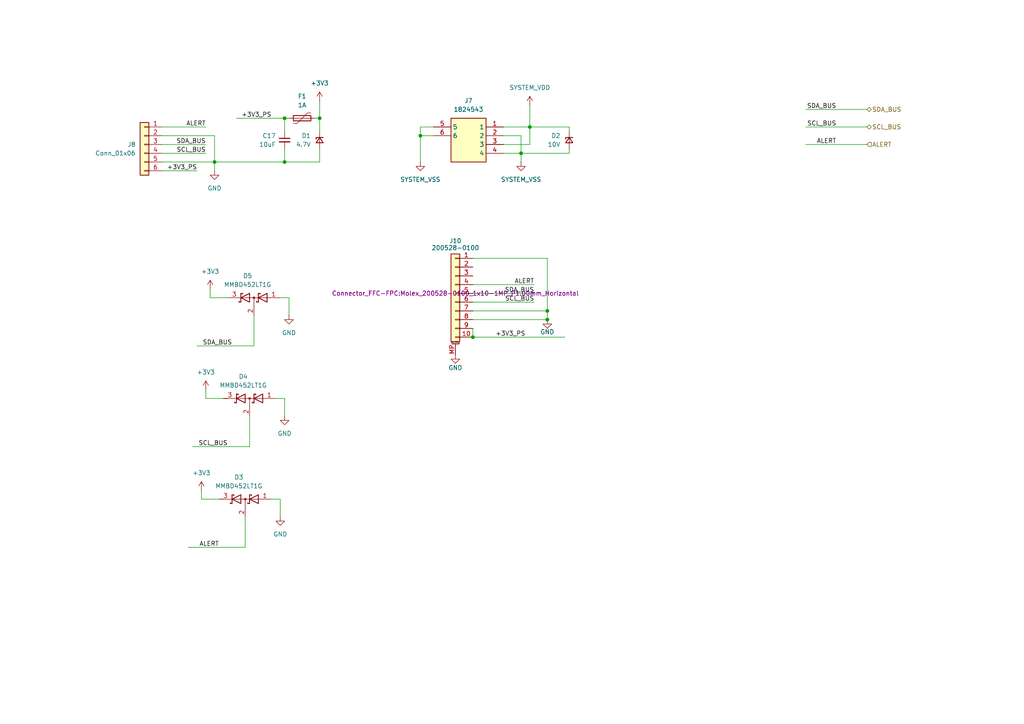
<source format=kicad_sch>
(kicad_sch (version 20231120) (generator "eeschema") (generator_version "8.0")
  (paper "A4")
  (lib_symbols
    (symbol "Battery-Board:1824543"
      (property "Reference" "J" (at 16.51 7.62 0))
      (property "Value" "1824543" (at 16.51 5.08 0))
      (symbol "1824543_1_1"
        (rectangle (start 5.08 2.54) (end 15.24 -10.16) (stroke (width 0.254)) (fill (type background)))
        (pin passive line (at 20.32 0 180) (length 5.08) (name "1") (number "1"))
        (pin passive line (at 20.32 -2.54 180) (length 5.08) (name "2") (number "2"))
        (pin passive line (at 20.32 -5.08 180) (length 5.08) (name "3") (number "3"))
        (pin passive line (at 20.32 -7.62 180) (length 5.08) (name "4") (number "4"))
        (pin passive line (at 0 0 0) (length 5.08) (name "5") (number "5"))
        (pin passive line (at 0 -2.54 0) (length 5.08) (name "6") (number "6"))
      )
    )
    (symbol "Connector_Generic:Conn_01x06" (pin_names (offset 1.016) hide)
      (property "Reference" "J" (at 0 7.62 0))
      (property "Value" "Conn_01x06" (at 0 -10.16 0))
      (symbol "Conn_01x06_1_1"
        (rectangle (start -1.27 -7.493) (end 0 -7.747) (stroke (width 0.1524)))
        (rectangle (start -1.27 -4.953) (end 0 -5.207) (stroke (width 0.1524)))
        (rectangle (start -1.27 -2.413) (end 0 -2.667) (stroke (width 0.1524)))
        (rectangle (start -1.27 0.127) (end 0 -0.127) (stroke (width 0.1524)))
        (rectangle (start -1.27 2.667) (end 0 2.413) (stroke (width 0.1524)))
        (rectangle (start -1.27 5.207) (end 0 4.953) (stroke (width 0.1524)))
        (rectangle (start -1.27 6.35) (end 1.27 -8.89) (stroke (width 0.254)) (fill (type background)))
        (pin passive line (at -5.08 5.08 0) (length 3.81) (name "Pin_1") (number "1"))
        (pin passive line (at -5.08 2.54 0) (length 3.81) (name "Pin_2") (number "2"))
        (pin passive line (at -5.08 0 0) (length 3.81) (name "Pin_3") (number "3"))
        (pin passive line (at -5.08 -2.54 0) (length 3.81) (name "Pin_4") (number "4"))
        (pin passive line (at -5.08 -5.08 0) (length 3.81) (name "Pin_5") (number "5"))
        (pin passive line (at -5.08 -7.62 0) (length 3.81) (name "Pin_6") (number "6"))
      )
    )
    (symbol "Connector_Generic_MountingPin:Conn_01x10_MountingPin" (pin_names (offset 1.016) hide)
      (property "Reference" "J" (at 0 12.7 0))
      (property "Value" "Conn_01x10_MountingPin" (at 1.27 -15.24 0))
      (symbol "Conn_01x10_MountingPin_1_1"
        (rectangle (start -1.27 -12.573) (end 0 -12.827) (stroke (width 0.1524)))
        (rectangle (start -1.27 -10.033) (end 0 -10.287) (stroke (width 0.1524)))
        (rectangle (start -1.27 -7.493) (end 0 -7.747) (stroke (width 0.1524)))
        (rectangle (start -1.27 -4.953) (end 0 -5.207) (stroke (width 0.1524)))
        (rectangle (start -1.27 -2.413) (end 0 -2.667) (stroke (width 0.1524)))
        (rectangle (start -1.27 0.127) (end 0 -0.127) (stroke (width 0.1524)))
        (rectangle (start -1.27 2.667) (end 0 2.413) (stroke (width 0.1524)))
        (rectangle (start -1.27 5.207) (end 0 4.953) (stroke (width 0.1524)))
        (rectangle (start -1.27 7.747) (end 0 7.493) (stroke (width 0.1524)))
        (rectangle (start -1.27 10.287) (end 0 10.033) (stroke (width 0.1524)))
        (rectangle (start -1.27 11.43) (end 1.27 -13.97) (stroke (width 0.254)) (fill (type background)))
        (polyline (pts (xy -1.016 -14.732) (xy 1.016 -14.732)) (stroke (width 0.1524)))
        (text "Mounting" (at 0 -14.351 0) (effects (font (size 0.381 0.381))))
        (pin passive line (at -5.08 10.16 0) (length 3.81) (name "Pin_1") (number "1"))
        (pin passive line (at -5.08 -12.7 0) (length 3.81) (name "Pin_10") (number "10"))
        (pin passive line (at -5.08 7.62 0) (length 3.81) (name "Pin_2") (number "2"))
        (pin passive line (at -5.08 5.08 0) (length 3.81) (name "Pin_3") (number "3"))
        (pin passive line (at -5.08 2.54 0) (length 3.81) (name "Pin_4") (number "4"))
        (pin passive line (at -5.08 0 0) (length 3.81) (name "Pin_5") (number "5"))
        (pin passive line (at -5.08 -2.54 0) (length 3.81) (name "Pin_6") (number "6"))
        (pin passive line (at -5.08 -5.08 0) (length 3.81) (name "Pin_7") (number "7"))
        (pin passive line (at -5.08 -7.62 0) (length 3.81) (name "Pin_8") (number "8"))
        (pin passive line (at -5.08 -10.16 0) (length 3.81) (name "Pin_9") (number "9"))
        (pin passive line (at 0 -17.78 90) (length 3.048) (name "MountPin") (number "MP"))
      )
    )
    (symbol "Device:C_Small" (pin_numbers hide) (pin_names (offset 0.254) hide)
      (property "Reference" "C" (at 0.254 1.778 0))
      (property "Value" "C_Small" (at 0.254 -2.032 0))
      (symbol "C_Small_0_1"
        (polyline (pts (xy -1.524 -0.508) (xy 1.524 -0.508)) (stroke (width 0.3302)))
        (polyline (pts (xy -1.524 0.508) (xy 1.524 0.508)) (stroke (width 0.3048)))
      )
      (symbol "C_Small_1_1"
        (pin passive line (at 0 2.54 270) (length 2.032) (name "~") (number "1"))
        (pin passive line (at 0 -2.54 90) (length 2.032) (name "~") (number "2"))
      )
    )
    (symbol "Device:D_Schottky_Dual_Series_ACK" (pin_names (offset 0.762) hide)
      (property "Reference" "D" (at 1.27 -2.54 0))
      (property "Value" "D_Schottky_Dual_Series_ACK" (at 0 2.54 0))
      (symbol "D_Schottky_Dual_Series_ACK_0_1"
        (polyline (pts (xy 0 0) (xy 0 -2.54)))
        (polyline (pts (xy 3.81 0) (xy -3.81 0)))
        (polyline (pts (xy 6.35 0) (xy 7.62 0)))
        (polyline (pts (xy -1.27 -1.27) (xy -1.27 1.27) (xy -1.27 1.27)) (stroke (width 0.254)))
        (polyline (pts (xy 3.81 1.27) (xy 3.81 -1.27) (xy 3.81 -1.27)) (stroke (width 0.254)))
        (polyline (pts (xy -1.27 -1.27) (xy -0.762 -1.27) (xy -0.762 -1.016) (xy -0.762 -1.016)) (stroke (width 0.254)))
        (polyline (pts (xy 3.81 -1.27) (xy 4.318 -1.27) (xy 4.318 -1.016) (xy 4.318 -1.016)) (stroke (width 0.254)))
        (polyline (pts (xy 3.81 1.27) (xy 3.302 1.27) (xy 3.302 1.016) (xy 3.302 1.016)) (stroke (width 0.254)))
        (polyline (pts (xy -1.778 1.016) (xy -1.778 1.27) (xy -1.27 1.27) (xy -1.27 1.27) (xy -1.27 1.27)) (stroke (width 0.254)))
        (polyline (pts (xy -3.81 1.27) (xy -1.27 0) (xy -3.81 -1.27) (xy -3.81 1.27) (xy -3.81 1.27) (xy -3.81 1.27)) (stroke (width 0.254)))
        (polyline (pts (xy 1.27 1.27) (xy 3.81 0) (xy 1.27 -1.27) (xy 1.27 1.27) (xy 1.27 1.27) (xy 1.27 1.27)) (stroke (width 0.254)))
        (circle (center 0 0) (radius 0.254) (fill (type outline)))
        (pin passive line (at -7.62 0 0) (length 3.81) (name "A") (number "1"))
        (pin passive line (at 0 -5.08 90) (length 2.54) (name "common") (number "2"))
        (pin passive line (at 7.62 0 180) (length 3.81) (name "K") (number "3"))
      )
    )
    (symbol "Device:D_Zener_Small" (pin_numbers hide) (pin_names (offset 0.254) hide)
      (property "Reference" "D" (at 0 2.286 0))
      (property "Value" "D_Zener_Small" (at 0 -2.286 0))
      (symbol "D_Zener_Small_0_1"
        (polyline (pts (xy 0.762 0) (xy -0.762 0)))
        (polyline (pts (xy -0.254 1.016) (xy -0.762 1.016) (xy -0.762 -1.016)) (stroke (width 0.254)))
        (polyline (pts (xy 0.762 1.016) (xy -0.762 0) (xy 0.762 -1.016) (xy 0.762 1.016)) (stroke (width 0.254)))
      )
      (symbol "D_Zener_Small_1_1"
        (pin passive line (at -2.54 0 0) (length 1.778) (name "K") (number "1"))
        (pin passive line (at 2.54 0 180) (length 1.778) (name "A") (number "2"))
      )
    )
    (symbol "Device:Polyfuse" (pin_numbers hide) (pin_names (offset 0))
      (property "Reference" "F" (at -2.54 0 90))
      (property "Value" "Polyfuse" (at 2.54 0 90))
      (symbol "Polyfuse_0_1"
        (rectangle (start -0.762 2.54) (end 0.762 -2.54) (stroke (width 0.254)))
        (polyline (pts (xy 0 2.54) (xy 0 -2.54)))
        (polyline (pts (xy -1.524 2.54) (xy -1.524 1.524) (xy 1.524 -1.524) (xy 1.524 -2.54)))
      )
      (symbol "Polyfuse_1_1"
        (pin passive line (at 0 3.81 270) (length 1.27) (name "~") (number "1"))
        (pin passive line (at 0 -3.81 90) (length 1.27) (name "~") (number "2"))
      )
    )
    (symbol "power:+3V3" (power) (pin_numbers hide) (pin_names (offset 0) hide)
      (property "Value" "+3V3" (at 0 3.556 0))
      (symbol "+3V3_0_1"
        (polyline (pts (xy -0.762 1.27) (xy 0 2.54)))
        (polyline (pts (xy 0 0) (xy 0 2.54)))
        (polyline (pts (xy 0 2.54) (xy 0.762 1.27)))
      )
      (symbol "+3V3_1_1"
        (pin power_in line (at 0 0 90) (length 0) (name "~") (number "1"))
      )
    )
    (symbol "power:GND" (power) (pin_numbers hide) (pin_names (offset 0) hide)
      (property "Value" "GND" (at 0 -3.81 0))
      (symbol "GND_0_1"
        (polyline (pts (xy 0 0) (xy 0 -1.27) (xy 1.27 -1.27) (xy 0 -2.54) (xy -1.27 -1.27) (xy 0 -1.27)))
      )
      (symbol "GND_1_1"
        (pin power_in line (at 0 0 270) (length 0) (name "~") (number "1"))
      )
    )
  )
  (junction (at 82.55 46.99))
  (junction (at 158.75 92.71))
  (junction (at 158.75 90.17))
  (junction (at 62.23 46.99))
  (junction (at 92.71 34.29))
  (junction (at 82.55 34.29))
  (junction (at 137.16 97.79))
  (junction (at 153.67 36.83))
  (junction (at 151.13 44.45))
  (junction (at 121.92 39.37))
  (wire (pts (xy 125.73 39.37) (xy 121.92 39.37)))
  (wire (pts (xy 146.05 39.37) (xy 151.13 39.37)))
  (wire (pts (xy 59.69 36.83) (xy 46.99 36.83)))
  (wire (pts (xy 233.68 41.91) (xy 251.46 41.91)))
  (wire (pts (xy 137.16 85.09) (xy 154.94 85.09)))
  (wire (pts (xy 165.1 44.45) (xy 165.1 43.18)))
  (wire (pts (xy 46.99 39.37) (xy 62.23 39.37)))
  (wire (pts (xy 46.99 49.53) (xy 57.15 49.53)))
  (wire (pts (xy 146.05 36.83) (xy 153.67 36.83)))
  (wire (pts (xy 68.58 34.29) (xy 82.55 34.29)))
  (wire (pts (xy 46.99 46.99) (xy 62.23 46.99)))
  (wire (pts (xy 137.16 97.79) (xy 163.83 97.79)))
  (wire (pts (xy 83.82 86.36) (xy 81.28 86.36)))
  (wire (pts (xy 151.13 44.45) (xy 151.13 46.99)))
  (wire (pts (xy 137.16 87.63) (xy 154.94 87.63)))
  (wire (pts (xy 58.42 144.78) (xy 63.5 144.78)))
  (wire (pts (xy 62.23 39.37) (xy 62.23 46.99)))
  (wire (pts (xy 72.39 120.65) (xy 72.39 129.54)))
  (wire (pts (xy 137.16 95.25) (xy 137.16 97.79)))
  (wire (pts (xy 125.73 36.83) (xy 121.92 36.83)))
  (wire (pts (xy 81.28 149.86) (xy 81.28 144.78)))
  (wire (pts (xy 153.67 30.48) (xy 153.67 36.83)))
  (wire (pts (xy 60.96 86.36) (xy 66.04 86.36)))
  (wire (pts (xy 165.1 36.83) (xy 165.1 38.1)))
  (wire (pts (xy 59.69 113.03) (xy 59.69 115.57)))
  (wire (pts (xy 146.05 41.91) (xy 153.67 41.91)))
  (wire (pts (xy 137.16 92.71) (xy 158.75 92.71)))
  (wire (pts (xy 82.55 46.99) (xy 92.71 46.99)))
  (wire (pts (xy 92.71 34.29) (xy 92.71 38.1)))
  (wire (pts (xy 81.28 144.78) (xy 78.74 144.78)))
  (wire (pts (xy 233.68 36.83) (xy 251.46 36.83)))
  (wire (pts (xy 153.67 36.83) (xy 165.1 36.83)))
  (wire (pts (xy 137.16 74.93) (xy 158.75 74.93)))
  (wire (pts (xy 82.55 46.99) (xy 82.55 43.18)))
  (wire (pts (xy 82.55 34.29) (xy 82.55 38.1)))
  (wire (pts (xy 46.99 41.91) (xy 59.69 41.91)))
  (wire (pts (xy 59.69 115.57) (xy 64.77 115.57)))
  (wire (pts (xy 57.15 100.33) (xy 73.66 100.33)))
  (wire (pts (xy 60.96 83.82) (xy 60.96 86.36)))
  (wire (pts (xy 58.42 142.24) (xy 58.42 144.78)))
  (wire (pts (xy 82.55 120.65) (xy 82.55 115.57)))
  (wire (pts (xy 54.61 158.75) (xy 71.12 158.75)))
  (wire (pts (xy 151.13 39.37) (xy 151.13 44.45)))
  (wire (pts (xy 92.71 29.21) (xy 92.71 34.29)))
  (wire (pts (xy 46.99 44.45) (xy 59.69 44.45)))
  (wire (pts (xy 73.66 91.44) (xy 73.66 100.33)))
  (wire (pts (xy 55.88 129.54) (xy 72.39 129.54)))
  (wire (pts (xy 151.13 44.45) (xy 165.1 44.45)))
  (wire (pts (xy 62.23 46.99) (xy 82.55 46.99)))
  (wire (pts (xy 158.75 92.71) (xy 158.75 90.17)))
  (wire (pts (xy 62.23 46.99) (xy 62.23 49.53)))
  (wire (pts (xy 146.05 44.45) (xy 151.13 44.45)))
  (wire (pts (xy 82.55 115.57) (xy 80.01 115.57)))
  (wire (pts (xy 71.12 149.86) (xy 71.12 158.75)))
  (wire (pts (xy 158.75 74.93) (xy 158.75 90.17)))
  (wire (pts (xy 137.16 90.17) (xy 158.75 90.17)))
  (wire (pts (xy 121.92 36.83) (xy 121.92 39.37)))
  (wire (pts (xy 92.71 46.99) (xy 92.71 43.18)))
  (wire (pts (xy 154.94 82.55) (xy 137.16 82.55)))
  (wire (pts (xy 153.67 36.83) (xy 153.67 41.91)))
  (wire (pts (xy 83.82 91.44) (xy 83.82 86.36)))
  (wire (pts (xy 233.68 31.75) (xy 251.46 31.75)))
  (wire (pts (xy 82.55 34.29) (xy 83.82 34.29)))
  (wire (pts (xy 91.44 34.29) (xy 92.71 34.29)))
  (wire (pts (xy 121.92 39.37) (xy 121.92 46.99)))
  (label "+3V3_PS" (at 78.74 34.29 180))
  (label "ALERT" (at 63.5 158.75 180))
  (label "SDA_BUS" (at 154.94 85.09 180))
  (label "SDA_BUS" (at 67.31 100.33 180))
  (label "SCL_BUS" (at 242.57 36.83 180))
  (label "ALERT" (at 154.94 82.55 180))
  (label "SCL_BUS" (at 66.04 129.54 180))
  (label "SDA_BUS" (at 242.57 31.75 180))
  (label "+3V3_PS" (at 152.4 97.79 180))
  (label "SDA_BUS" (at 59.69 41.91 180))
  (label "ALERT" (at 59.69 36.83 180))
  (label "SCL_BUS" (at 59.69 44.45 180))
  (label "SCL_BUS" (at 154.94 87.63 180))
  (label "+3V3_PS" (at 57.15 49.53 180))
  (label "ALERT" (at 242.57 41.91 180))
  (hierarchical_label "SDA_BUS" (shape bidirectional) (at 251.46 31.75 0))
  (hierarchical_label "SCL_BUS" (shape bidirectional) (at 251.46 36.83 0))
  (hierarchical_label "ALERT" (shape input) (at 251.46 41.91 0))
  (symbol (lib_id "power:GND") (at 81.28 149.86 0) (mirror y) (unit 1)
    (property "Reference" "#PWR036" (effects (hide yes)))
    (property "Value" "GND" (at 81.28 154.94 0))
    (property "Description" "Power symbol creates a global label with name \"GND\" , ground" (effects (hide yes)))
  )
  (symbol (lib_id "Device:D_Schottky_Dual_Series_ACK") (at 72.39 115.57 0) (mirror y) (unit 1)
    (property "Reference" "D4" (at 70.5485 109.22 0))
    (property "Value" "MMBD452LT1G" (at 70.5485 111.76 0))
    (property "Footprint" "Package_TO_SOT_SMD:SOT-23-3" (effects (hide yes)))
    (property "Description" "Dual Schottky diode, anode/center/cathode" (effects (hide yes)))
  )
  (symbol (lib_id "power:+3V3") (at 59.69 113.03 0) (mirror y) (unit 1)
    (property "Reference" "#PWR034" (effects (hide yes)))
    (property "Value" "+3V3" (at 59.69 107.95 0))
    (property "Description" "Power symbol creates a global label with name \"+3V3\"" (effects (hide yes)))
  )
  (symbol (lib_id "Device:Polyfuse") (at 87.63 34.29 90) (unit 1)
    (property "Reference" "F1" (at 87.63 27.94 90))
    (property "Value" "1A" (at 87.63 30.48 90))
    (property "Footprint" "Fuse:Fuse_0805_2012Metric" (effects (hide yes)))
    (property "Description" "Resettable fuse, polymeric positive temperature coefficient" (effects (hide yes)))
  )
  (symbol (lib_id "power:GND") (at 151.13 46.99 0) (unit 1)
    (property "Reference" "#PWR029" (effects (hide yes)))
    (property "Value" "SYSTEM_VSS" (at 151.13 52.07 0))
    (property "Description" "Power symbol creates a global label with name \"GND\" , ground" (effects (hide yes)))
  )
  (symbol (lib_id "power:GND") (at 132.08 102.87 0) (unit 1)
    (property "Reference" "#PWR048" (effects (hide yes)))
    (property "Value" "GND" (at 132.08 106.68 0))
    (property "Description" "Power symbol creates a global label with name \"GND\" , ground" (effects (hide yes)))
  )
  (symbol (lib_id "Device:D_Zener_Small") (at 165.1 40.64 90) (mirror x) (unit 1)
    (property "Reference" "D2" (at 162.56 39.3699 90) (effects (justify left)))
    (property "Value" "10V" (at 162.56 41.9099 90) (effects (justify left)))
    (property "Footprint" "Diode_SMD:D_SMA" (effects (hide yes)))
    (property "Description" "Zener diode, small symbol" (effects (hide yes)))
  )
  (symbol (lib_id "power:+3V3") (at 60.96 83.82 0) (mirror y) (unit 1)
    (property "Reference" "#PWR035" (effects (hide yes)))
    (property "Value" "+3V3" (at 60.96 78.74 0))
    (property "Description" "Power symbol creates a global label with name \"+3V3\"" (effects (hide yes)))
  )
  (symbol (lib_id "power:GND") (at 62.23 49.53 0) (mirror y) (unit 1)
    (property "Reference" "#PWR031" (effects (hide yes)))
    (property "Value" "GND" (at 62.23 54.61 0))
    (property "Description" "Power symbol creates a global label with name \"GND\" , ground" (effects (hide yes)))
  )
  (symbol (lib_id "power:+3V3") (at 92.71 29.21 0) (mirror y) (unit 1)
    (property "Reference" "#PWR032" (effects (hide yes)))
    (property "Value" "+3V3" (at 92.71 24.13 0))
    (property "Description" "Power symbol creates a global label with name \"+3V3\"" (effects (hide yes)))
  )
  (symbol (lib_id "Connector_Generic_MountingPin:Conn_01x10_MountingPin") (at 132.08 85.09 0) (mirror y) (unit 1)
    (property "Reference" "J10" (at 132.08 69.85 0))
    (property "Value" "200528-0100" (at 132.08 71.882 0))
    (property "Footprint" "Connector_FFC-FPC:Molex_200528-0100_1x10-1MP_P1.00mm_Horizontal" (at 132.08 85.09 0))
    (property "Description" "Generic connectable mounting pin connector, single row, 01x10, script generated (kicad-library-utils/schlib/autogen/connector/)" (effects (hide yes)))
  )
  (symbol (lib_id "Connector_Generic:Conn_01x06") (at 41.91 41.91 0) (mirror y) (unit 1)
    (property "Reference" "J8" (at 39.37 41.9099 0) (effects (justify left)))
    (property "Value" "Conn_01x06" (at 39.37 44.4499 0) (effects (justify left)))
    (property "Footprint" "Connector_PinHeader_2.54mm:PinHeader_1x06_P2.54mm_Vertical" (effects (hide yes)))
    (property "Description" "Generic connector, single row, 01x06, script generated (kicad-library-utils/schlib/autogen/connector/)" (effects (hide yes)))
  )
  (symbol (lib_id "Device:D_Zener_Small") (at 92.71 40.64 90) (mirror x) (unit 1)
    (property "Reference" "D1" (at 90.17 39.3699 90) (effects (justify left)))
    (property "Value" "4.7V" (at 90.17 41.9099 90) (effects (justify left)))
    (property "Footprint" "Diode_SMD:D_SMA" (effects (hide yes)))
    (property "Description" "Zener diode, small symbol" (effects (hide yes)))
  )
  (symbol (lib_id "Device:C_Small") (at 82.55 40.64 0) (mirror y) (unit 1)
    (property "Reference" "C17" (at 80.01 39.3762 0) (effects (justify left)))
    (property "Value" "10uF" (at 80.01 41.9162 0) (effects (justify left)))
    (property "Footprint" "Capacitor_SMD:C_0805_2012Metric" (effects (hide yes)))
    (property "Description" "Unpolarized capacitor, small symbol" (effects (hide yes)))
  )
  (symbol (lib_id "power:+3V3") (at 58.42 142.24 0) (mirror y) (unit 1)
    (property "Reference" "#PWR033" (effects (hide yes)))
    (property "Value" "+3V3" (at 58.42 137.16 0))
    (property "Description" "Power symbol creates a global label with name \"+3V3\"" (effects (hide yes)))
  )
  (symbol (lib_id "power:GND") (at 82.55 120.65 0) (mirror y) (unit 1)
    (property "Reference" "#PWR037" (effects (hide yes)))
    (property "Value" "GND" (at 82.55 125.73 0))
    (property "Description" "Power symbol creates a global label with name \"GND\" , ground" (effects (hide yes)))
  )
  (symbol (lib_id "Battery-Board:1824543") (at 125.73 36.83 0) (unit 1)
    (property "Reference" "J7" (at 135.89 29.21 0))
    (property "Value" "1824543" (at 135.89 31.75 0))
    (property "Footprint" "Battery-Board:1824543" (effects (hide yes)))
    (property "Datasheet" "http://www.phoenixcontact.com/de/produkte/1824543/pdf" (effects (hide yes)))
    (property "Description" "PCB terminal block, nominal current: 13.5 A, rated voltage (III/2): 160 V, nominal cross section: 1.5 mm?, Number of potentials: 4, Number of rows: 1, Number of positions per row: 4, product range: SPT 1,5/..-H-SMD, pitch: 3.5 mm, connection method: Push-in spring connection, mounting: SMD soldering, conductor/PCB connection direction: 0 ?, color: black, Pin layout: Linear pad geometry, Solder pin [P]: 2 mm, type of packaging: 44 mm wide tape. Sample values available under SAMPLE SPT..." (effects (hide yes)))
    (property "Height" "7.85" (effects (hide yes)))
    (property "Manufacturer_Name" "Phoenix Contact" (effects (hide yes)))
    (property "Manufacturer_Part_Number" "1824543" (effects (hide yes)))
    (property "Mouser Part Number" "651-1824543" (effects (hide yes)))
    (property "Mouser Price/Stock" "https://www.mouser.co.uk/ProductDetail/Phoenix-Contact/1824543?qs=GaJ26EWJkZQ%252BT6XS11%252BqCA%3D%3D" (effects (hide yes)))
    (property "Arrow Part Number" "1824543" (effects (hide yes)))
    (property "Arrow Price/Stock" "https://www.arrow.com/en/products/1824543/phoenix-contact" (effects (hide yes)))
  )
  (symbol (lib_id "power:GND") (at 121.92 46.99 0) (unit 1)
    (property "Reference" "#PWR027" (effects (hide yes)))
    (property "Value" "SYSTEM_VSS" (at 121.92 52.07 0))
    (property "Description" "Power symbol creates a global label with name \"GND\" , ground" (effects (hide yes)))
  )
  (symbol (lib_id "Device:D_Schottky_Dual_Series_ACK") (at 71.12 144.78 0) (mirror y) (unit 1)
    (property "Reference" "D3" (at 69.2785 138.43 0))
    (property "Value" "MMBD452LT1G" (at 69.2785 140.97 0))
    (property "Footprint" "Package_TO_SOT_SMD:SOT-23-3" (effects (hide yes)))
    (property "Description" "Dual Schottky diode, anode/center/cathode" (effects (hide yes)))
  )
  (symbol (lib_id "Device:D_Schottky_Dual_Series_ACK") (at 73.66 86.36 0) (mirror y) (unit 1)
    (property "Reference" "D5" (at 71.8185 80.01 0))
    (property "Value" "MMBD452LT1G" (at 71.8185 82.55 0))
    (property "Footprint" "Package_TO_SOT_SMD:SOT-23-3" (effects (hide yes)))
    (property "Description" "Dual Schottky diode, anode/center/cathode" (effects (hide yes)))
  )
  (symbol (lib_id "power:GND") (at 158.75 92.71 0) (mirror y) (unit 1)
    (property "Reference" "#PWR049" (effects (hide yes)))
    (property "Value" "GND" (at 158.75 96.266 0))
    (property "Description" "Power symbol creates a global label with name \"GND\" , ground" (effects (hide yes)))
  )
  (symbol (lib_id "power:+3V3") (at 153.67 30.48 0) (unit 1)
    (property "Reference" "#PWR030" (effects (hide yes)))
    (property "Value" "SYSTEM_VDD" (at 153.67 25.4 0))
    (property "Description" "Power symbol creates a global label with name \"+3V3\"" (effects (hide yes)))
  )
  (symbol (lib_id "power:GND") (at 83.82 91.44 0) (mirror y) (unit 1)
    (property "Reference" "#PWR038" (effects (hide yes)))
    (property "Value" "GND" (at 83.82 96.52 0))
    (property "Description" "Power symbol creates a global label with name \"GND\" , ground" (effects (hide yes)))
  )
)
</source>
